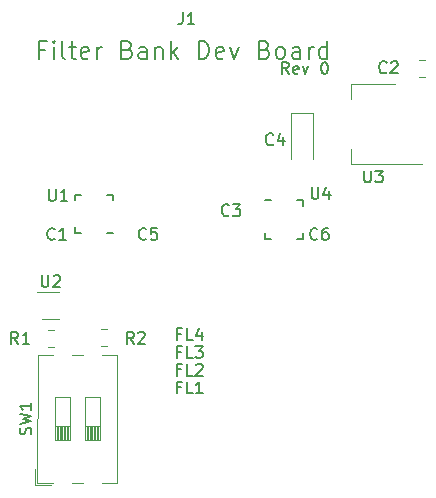
<source format=gto>
G04 #@! TF.GenerationSoftware,KiCad,Pcbnew,(5.0.2)-1*
G04 #@! TF.CreationDate,2019-01-19T11:17:49+11:00*
G04 #@! TF.ProjectId,Filter_Bank_Dev_Rev_0,46696c74-6572-45f4-9261-6e6b5f446576,0*
G04 #@! TF.SameCoordinates,Original*
G04 #@! TF.FileFunction,Legend,Top*
G04 #@! TF.FilePolarity,Positive*
%FSLAX46Y46*%
G04 Gerber Fmt 4.6, Leading zero omitted, Abs format (unit mm)*
G04 Created by KiCad (PCBNEW (5.0.2)-1) date 19/01/2019 11:17:49*
%MOMM*%
%LPD*%
G01*
G04 APERTURE LIST*
%ADD10C,0.150000*%
%ADD11C,0.120000*%
%ADD12C,0.200000*%
G04 APERTURE END LIST*
D10*
G04 #@! TO.C,U1*
X110525000Y-66375000D02*
X111025000Y-66375000D01*
X110525000Y-63125000D02*
X111025000Y-63125000D01*
X113775000Y-63125000D02*
X113275000Y-63125000D01*
X113775000Y-66375000D02*
X113275000Y-66375000D01*
X110525000Y-63125000D02*
X110525000Y-63625000D01*
X113775000Y-63125000D02*
X113775000Y-63625000D01*
X110525000Y-66375000D02*
X110525000Y-65875000D01*
G04 #@! TO.C,U4*
X129875000Y-63625000D02*
X129375000Y-63625000D01*
X129875000Y-66875000D02*
X129375000Y-66875000D01*
X126625000Y-66875000D02*
X127125000Y-66875000D01*
X126625000Y-63625000D02*
X127125000Y-63625000D01*
X129875000Y-66875000D02*
X129875000Y-66375000D01*
X126625000Y-66875000D02*
X126625000Y-66375000D01*
X129875000Y-63625000D02*
X129875000Y-64125000D01*
D11*
G04 #@! TO.C,SW1*
X111435000Y-82703333D02*
X112705000Y-82703333D01*
X112635000Y-83910000D02*
X112635000Y-82703333D01*
X112515000Y-83910000D02*
X112515000Y-82703333D01*
X112395000Y-83910000D02*
X112395000Y-82703333D01*
X112275000Y-83910000D02*
X112275000Y-82703333D01*
X112155000Y-83910000D02*
X112155000Y-82703333D01*
X112035000Y-83910000D02*
X112035000Y-82703333D01*
X111915000Y-83910000D02*
X111915000Y-82703333D01*
X111795000Y-83910000D02*
X111795000Y-82703333D01*
X111675000Y-83910000D02*
X111675000Y-82703333D01*
X111555000Y-83910000D02*
X111555000Y-82703333D01*
X111435000Y-80290000D02*
X111435000Y-83910000D01*
X112705000Y-80290000D02*
X111435000Y-80290000D01*
X112705000Y-83910000D02*
X112705000Y-80290000D01*
X111435000Y-83910000D02*
X112705000Y-83910000D01*
X108895000Y-82703333D02*
X110165000Y-82703333D01*
X110095000Y-83910000D02*
X110095000Y-82703333D01*
X109975000Y-83910000D02*
X109975000Y-82703333D01*
X109855000Y-83910000D02*
X109855000Y-82703333D01*
X109735000Y-83910000D02*
X109735000Y-82703333D01*
X109615000Y-83910000D02*
X109615000Y-82703333D01*
X109495000Y-83910000D02*
X109495000Y-82703333D01*
X109375000Y-83910000D02*
X109375000Y-82703333D01*
X109255000Y-83910000D02*
X109255000Y-82703333D01*
X109135000Y-83910000D02*
X109135000Y-82703333D01*
X109015000Y-83910000D02*
X109015000Y-82703333D01*
X108895000Y-80290000D02*
X108895000Y-83910000D01*
X110165000Y-80290000D02*
X108895000Y-80290000D01*
X110165000Y-83910000D02*
X110165000Y-80290000D01*
X108895000Y-83910000D02*
X110165000Y-83910000D01*
X107130000Y-87750000D02*
X108513000Y-87750000D01*
X107130000Y-87750000D02*
X107130000Y-86367000D01*
X110330000Y-76740000D02*
X111270000Y-76740000D01*
X107400000Y-76740000D02*
X108710000Y-76740000D01*
X112840000Y-76740000D02*
X114150000Y-76740000D01*
X112820000Y-87510000D02*
X114130000Y-87510000D01*
X110280000Y-87510000D02*
X111220000Y-87510000D01*
X107370000Y-87510000D02*
X108680000Y-87510000D01*
X114130000Y-87510000D02*
X114150000Y-76750000D01*
X107370000Y-87510000D02*
X107400000Y-76750000D01*
G04 #@! TO.C,C2*
X139641422Y-51740000D02*
X140158578Y-51740000D01*
X139641422Y-53160000D02*
X140158578Y-53160000D01*
G04 #@! TO.C,C4*
X130685000Y-60100000D02*
X130685000Y-56190000D01*
X130685000Y-56190000D02*
X128815000Y-56190000D01*
X128815000Y-56190000D02*
X128815000Y-60100000D01*
G04 #@! TO.C,R1*
X108821078Y-76010000D02*
X108303922Y-76010000D01*
X108821078Y-74590000D02*
X108303922Y-74590000D01*
G04 #@! TO.C,R2*
X112741422Y-75910000D02*
X113258578Y-75910000D01*
X112741422Y-74490000D02*
X113258578Y-74490000D01*
G04 #@! TO.C,U2*
X109200000Y-71340000D02*
X107300000Y-71340000D01*
X107800000Y-73660000D02*
X109200000Y-73660000D01*
G04 #@! TO.C,U3*
X133890000Y-53740000D02*
X133890000Y-55000000D01*
X133890000Y-60560000D02*
X133890000Y-59300000D01*
X137650000Y-53740000D02*
X133890000Y-53740000D01*
X139900000Y-60560000D02*
X133890000Y-60560000D01*
G04 #@! TO.C,U1*
D10*
X108338095Y-62652380D02*
X108338095Y-63461904D01*
X108385714Y-63557142D01*
X108433333Y-63604761D01*
X108528571Y-63652380D01*
X108719047Y-63652380D01*
X108814285Y-63604761D01*
X108861904Y-63557142D01*
X108909523Y-63461904D01*
X108909523Y-62652380D01*
X109909523Y-63652380D02*
X109338095Y-63652380D01*
X109623809Y-63652380D02*
X109623809Y-62652380D01*
X109528571Y-62795238D01*
X109433333Y-62890476D01*
X109338095Y-62938095D01*
G04 #@! TO.C,U4*
X130588095Y-62502380D02*
X130588095Y-63311904D01*
X130635714Y-63407142D01*
X130683333Y-63454761D01*
X130778571Y-63502380D01*
X130969047Y-63502380D01*
X131064285Y-63454761D01*
X131111904Y-63407142D01*
X131159523Y-63311904D01*
X131159523Y-62502380D01*
X132064285Y-62835714D02*
X132064285Y-63502380D01*
X131826190Y-62454761D02*
X131588095Y-63169047D01*
X132207142Y-63169047D01*
G04 #@! TO.C,SW1*
X106824761Y-83433333D02*
X106872380Y-83290476D01*
X106872380Y-83052380D01*
X106824761Y-82957142D01*
X106777142Y-82909523D01*
X106681904Y-82861904D01*
X106586666Y-82861904D01*
X106491428Y-82909523D01*
X106443809Y-82957142D01*
X106396190Y-83052380D01*
X106348571Y-83242857D01*
X106300952Y-83338095D01*
X106253333Y-83385714D01*
X106158095Y-83433333D01*
X106062857Y-83433333D01*
X105967619Y-83385714D01*
X105920000Y-83338095D01*
X105872380Y-83242857D01*
X105872380Y-83004761D01*
X105920000Y-82861904D01*
X105872380Y-82528571D02*
X106872380Y-82290476D01*
X106158095Y-82100000D01*
X106872380Y-81909523D01*
X105872380Y-81671428D01*
X106872380Y-80766666D02*
X106872380Y-81338095D01*
X106872380Y-81052380D02*
X105872380Y-81052380D01*
X106015238Y-81147619D01*
X106110476Y-81242857D01*
X106158095Y-81338095D01*
G04 #@! TO.C,FL1*
X119511904Y-79428571D02*
X119178571Y-79428571D01*
X119178571Y-79952380D02*
X119178571Y-78952380D01*
X119654761Y-78952380D01*
X120511904Y-79952380D02*
X120035714Y-79952380D01*
X120035714Y-78952380D01*
X121369047Y-79952380D02*
X120797619Y-79952380D01*
X121083333Y-79952380D02*
X121083333Y-78952380D01*
X120988095Y-79095238D01*
X120892857Y-79190476D01*
X120797619Y-79238095D01*
G04 #@! TO.C,FL2*
X119511904Y-77928571D02*
X119178571Y-77928571D01*
X119178571Y-78452380D02*
X119178571Y-77452380D01*
X119654761Y-77452380D01*
X120511904Y-78452380D02*
X120035714Y-78452380D01*
X120035714Y-77452380D01*
X120797619Y-77547619D02*
X120845238Y-77500000D01*
X120940476Y-77452380D01*
X121178571Y-77452380D01*
X121273809Y-77500000D01*
X121321428Y-77547619D01*
X121369047Y-77642857D01*
X121369047Y-77738095D01*
X121321428Y-77880952D01*
X120750000Y-78452380D01*
X121369047Y-78452380D01*
G04 #@! TO.C,FL3*
X119511904Y-76428571D02*
X119178571Y-76428571D01*
X119178571Y-76952380D02*
X119178571Y-75952380D01*
X119654761Y-75952380D01*
X120511904Y-76952380D02*
X120035714Y-76952380D01*
X120035714Y-75952380D01*
X120750000Y-75952380D02*
X121369047Y-75952380D01*
X121035714Y-76333333D01*
X121178571Y-76333333D01*
X121273809Y-76380952D01*
X121321428Y-76428571D01*
X121369047Y-76523809D01*
X121369047Y-76761904D01*
X121321428Y-76857142D01*
X121273809Y-76904761D01*
X121178571Y-76952380D01*
X120892857Y-76952380D01*
X120797619Y-76904761D01*
X120750000Y-76857142D01*
G04 #@! TO.C,FL4*
X119511904Y-74928571D02*
X119178571Y-74928571D01*
X119178571Y-75452380D02*
X119178571Y-74452380D01*
X119654761Y-74452380D01*
X120511904Y-75452380D02*
X120035714Y-75452380D01*
X120035714Y-74452380D01*
X121273809Y-74785714D02*
X121273809Y-75452380D01*
X121035714Y-74404761D02*
X120797619Y-75119047D01*
X121416666Y-75119047D01*
G04 #@! TO.C,C2*
X136933333Y-52757142D02*
X136885714Y-52804761D01*
X136742857Y-52852380D01*
X136647619Y-52852380D01*
X136504761Y-52804761D01*
X136409523Y-52709523D01*
X136361904Y-52614285D01*
X136314285Y-52423809D01*
X136314285Y-52280952D01*
X136361904Y-52090476D01*
X136409523Y-51995238D01*
X136504761Y-51900000D01*
X136647619Y-51852380D01*
X136742857Y-51852380D01*
X136885714Y-51900000D01*
X136933333Y-51947619D01*
X137314285Y-51947619D02*
X137361904Y-51900000D01*
X137457142Y-51852380D01*
X137695238Y-51852380D01*
X137790476Y-51900000D01*
X137838095Y-51947619D01*
X137885714Y-52042857D01*
X137885714Y-52138095D01*
X137838095Y-52280952D01*
X137266666Y-52852380D01*
X137885714Y-52852380D01*
G04 #@! TO.C,C3*
X123583333Y-64857142D02*
X123535714Y-64904761D01*
X123392857Y-64952380D01*
X123297619Y-64952380D01*
X123154761Y-64904761D01*
X123059523Y-64809523D01*
X123011904Y-64714285D01*
X122964285Y-64523809D01*
X122964285Y-64380952D01*
X123011904Y-64190476D01*
X123059523Y-64095238D01*
X123154761Y-64000000D01*
X123297619Y-63952380D01*
X123392857Y-63952380D01*
X123535714Y-64000000D01*
X123583333Y-64047619D01*
X123916666Y-63952380D02*
X124535714Y-63952380D01*
X124202380Y-64333333D01*
X124345238Y-64333333D01*
X124440476Y-64380952D01*
X124488095Y-64428571D01*
X124535714Y-64523809D01*
X124535714Y-64761904D01*
X124488095Y-64857142D01*
X124440476Y-64904761D01*
X124345238Y-64952380D01*
X124059523Y-64952380D01*
X123964285Y-64904761D01*
X123916666Y-64857142D01*
G04 #@! TO.C,C4*
X127333333Y-58857142D02*
X127285714Y-58904761D01*
X127142857Y-58952380D01*
X127047619Y-58952380D01*
X126904761Y-58904761D01*
X126809523Y-58809523D01*
X126761904Y-58714285D01*
X126714285Y-58523809D01*
X126714285Y-58380952D01*
X126761904Y-58190476D01*
X126809523Y-58095238D01*
X126904761Y-58000000D01*
X127047619Y-57952380D01*
X127142857Y-57952380D01*
X127285714Y-58000000D01*
X127333333Y-58047619D01*
X128190476Y-58285714D02*
X128190476Y-58952380D01*
X127952380Y-57904761D02*
X127714285Y-58619047D01*
X128333333Y-58619047D01*
G04 #@! TO.C,C5*
X116583333Y-66857142D02*
X116535714Y-66904761D01*
X116392857Y-66952380D01*
X116297619Y-66952380D01*
X116154761Y-66904761D01*
X116059523Y-66809523D01*
X116011904Y-66714285D01*
X115964285Y-66523809D01*
X115964285Y-66380952D01*
X116011904Y-66190476D01*
X116059523Y-66095238D01*
X116154761Y-66000000D01*
X116297619Y-65952380D01*
X116392857Y-65952380D01*
X116535714Y-66000000D01*
X116583333Y-66047619D01*
X117488095Y-65952380D02*
X117011904Y-65952380D01*
X116964285Y-66428571D01*
X117011904Y-66380952D01*
X117107142Y-66333333D01*
X117345238Y-66333333D01*
X117440476Y-66380952D01*
X117488095Y-66428571D01*
X117535714Y-66523809D01*
X117535714Y-66761904D01*
X117488095Y-66857142D01*
X117440476Y-66904761D01*
X117345238Y-66952380D01*
X117107142Y-66952380D01*
X117011904Y-66904761D01*
X116964285Y-66857142D01*
G04 #@! TO.C,J1*
X119666666Y-47702380D02*
X119666666Y-48416666D01*
X119619047Y-48559523D01*
X119523809Y-48654761D01*
X119380952Y-48702380D01*
X119285714Y-48702380D01*
X120666666Y-48702380D02*
X120095238Y-48702380D01*
X120380952Y-48702380D02*
X120380952Y-47702380D01*
X120285714Y-47845238D01*
X120190476Y-47940476D01*
X120095238Y-47988095D01*
G04 #@! TO.C,R1*
X105733333Y-75752380D02*
X105400000Y-75276190D01*
X105161904Y-75752380D02*
X105161904Y-74752380D01*
X105542857Y-74752380D01*
X105638095Y-74800000D01*
X105685714Y-74847619D01*
X105733333Y-74942857D01*
X105733333Y-75085714D01*
X105685714Y-75180952D01*
X105638095Y-75228571D01*
X105542857Y-75276190D01*
X105161904Y-75276190D01*
X106685714Y-75752380D02*
X106114285Y-75752380D01*
X106400000Y-75752380D02*
X106400000Y-74752380D01*
X106304761Y-74895238D01*
X106209523Y-74990476D01*
X106114285Y-75038095D01*
G04 #@! TO.C,R2*
X115533333Y-75752380D02*
X115200000Y-75276190D01*
X114961904Y-75752380D02*
X114961904Y-74752380D01*
X115342857Y-74752380D01*
X115438095Y-74800000D01*
X115485714Y-74847619D01*
X115533333Y-74942857D01*
X115533333Y-75085714D01*
X115485714Y-75180952D01*
X115438095Y-75228571D01*
X115342857Y-75276190D01*
X114961904Y-75276190D01*
X115914285Y-74847619D02*
X115961904Y-74800000D01*
X116057142Y-74752380D01*
X116295238Y-74752380D01*
X116390476Y-74800000D01*
X116438095Y-74847619D01*
X116485714Y-74942857D01*
X116485714Y-75038095D01*
X116438095Y-75180952D01*
X115866666Y-75752380D01*
X116485714Y-75752380D01*
G04 #@! TO.C,U2*
X107738095Y-69952380D02*
X107738095Y-70761904D01*
X107785714Y-70857142D01*
X107833333Y-70904761D01*
X107928571Y-70952380D01*
X108119047Y-70952380D01*
X108214285Y-70904761D01*
X108261904Y-70857142D01*
X108309523Y-70761904D01*
X108309523Y-69952380D01*
X108738095Y-70047619D02*
X108785714Y-70000000D01*
X108880952Y-69952380D01*
X109119047Y-69952380D01*
X109214285Y-70000000D01*
X109261904Y-70047619D01*
X109309523Y-70142857D01*
X109309523Y-70238095D01*
X109261904Y-70380952D01*
X108690476Y-70952380D01*
X109309523Y-70952380D01*
G04 #@! TO.C,U3*
X135038095Y-61102380D02*
X135038095Y-61911904D01*
X135085714Y-62007142D01*
X135133333Y-62054761D01*
X135228571Y-62102380D01*
X135419047Y-62102380D01*
X135514285Y-62054761D01*
X135561904Y-62007142D01*
X135609523Y-61911904D01*
X135609523Y-61102380D01*
X135990476Y-61102380D02*
X136609523Y-61102380D01*
X136276190Y-61483333D01*
X136419047Y-61483333D01*
X136514285Y-61530952D01*
X136561904Y-61578571D01*
X136609523Y-61673809D01*
X136609523Y-61911904D01*
X136561904Y-62007142D01*
X136514285Y-62054761D01*
X136419047Y-62102380D01*
X136133333Y-62102380D01*
X136038095Y-62054761D01*
X135990476Y-62007142D01*
G04 #@! TO.C,C1*
X108833333Y-66857142D02*
X108785714Y-66904761D01*
X108642857Y-66952380D01*
X108547619Y-66952380D01*
X108404761Y-66904761D01*
X108309523Y-66809523D01*
X108261904Y-66714285D01*
X108214285Y-66523809D01*
X108214285Y-66380952D01*
X108261904Y-66190476D01*
X108309523Y-66095238D01*
X108404761Y-66000000D01*
X108547619Y-65952380D01*
X108642857Y-65952380D01*
X108785714Y-66000000D01*
X108833333Y-66047619D01*
X109785714Y-66952380D02*
X109214285Y-66952380D01*
X109500000Y-66952380D02*
X109500000Y-65952380D01*
X109404761Y-66095238D01*
X109309523Y-66190476D01*
X109214285Y-66238095D01*
G04 #@! TO.C,C6*
X131083333Y-66857142D02*
X131035714Y-66904761D01*
X130892857Y-66952380D01*
X130797619Y-66952380D01*
X130654761Y-66904761D01*
X130559523Y-66809523D01*
X130511904Y-66714285D01*
X130464285Y-66523809D01*
X130464285Y-66380952D01*
X130511904Y-66190476D01*
X130559523Y-66095238D01*
X130654761Y-66000000D01*
X130797619Y-65952380D01*
X130892857Y-65952380D01*
X131035714Y-66000000D01*
X131083333Y-66047619D01*
X131940476Y-65952380D02*
X131750000Y-65952380D01*
X131654761Y-66000000D01*
X131607142Y-66047619D01*
X131511904Y-66190476D01*
X131464285Y-66380952D01*
X131464285Y-66761904D01*
X131511904Y-66857142D01*
X131559523Y-66904761D01*
X131654761Y-66952380D01*
X131845238Y-66952380D01*
X131940476Y-66904761D01*
X131988095Y-66857142D01*
X132035714Y-66761904D01*
X132035714Y-66523809D01*
X131988095Y-66428571D01*
X131940476Y-66380952D01*
X131845238Y-66333333D01*
X131654761Y-66333333D01*
X131559523Y-66380952D01*
X131511904Y-66428571D01*
X131464285Y-66523809D01*
G04 #@! TO.C,REF\002A\002A*
X128642857Y-52902380D02*
X128309523Y-52426190D01*
X128071428Y-52902380D02*
X128071428Y-51902380D01*
X128452380Y-51902380D01*
X128547619Y-51950000D01*
X128595238Y-51997619D01*
X128642857Y-52092857D01*
X128642857Y-52235714D01*
X128595238Y-52330952D01*
X128547619Y-52378571D01*
X128452380Y-52426190D01*
X128071428Y-52426190D01*
X129452380Y-52854761D02*
X129357142Y-52902380D01*
X129166666Y-52902380D01*
X129071428Y-52854761D01*
X129023809Y-52759523D01*
X129023809Y-52378571D01*
X129071428Y-52283333D01*
X129166666Y-52235714D01*
X129357142Y-52235714D01*
X129452380Y-52283333D01*
X129500000Y-52378571D01*
X129500000Y-52473809D01*
X129023809Y-52569047D01*
X129833333Y-52235714D02*
X130071428Y-52902380D01*
X130309523Y-52235714D01*
X131642857Y-51902380D02*
X131738095Y-51902380D01*
X131833333Y-51950000D01*
X131880952Y-51997619D01*
X131928571Y-52092857D01*
X131976190Y-52283333D01*
X131976190Y-52521428D01*
X131928571Y-52711904D01*
X131880952Y-52807142D01*
X131833333Y-52854761D01*
X131738095Y-52902380D01*
X131642857Y-52902380D01*
X131547619Y-52854761D01*
X131500000Y-52807142D01*
X131452380Y-52711904D01*
X131404761Y-52521428D01*
X131404761Y-52283333D01*
X131452380Y-52092857D01*
X131500000Y-51997619D01*
X131547619Y-51950000D01*
X131642857Y-51902380D01*
D12*
X107985714Y-50842857D02*
X107485714Y-50842857D01*
X107485714Y-51628571D02*
X107485714Y-50128571D01*
X108200000Y-50128571D01*
X108771428Y-51628571D02*
X108771428Y-50628571D01*
X108771428Y-50128571D02*
X108700000Y-50200000D01*
X108771428Y-50271428D01*
X108842857Y-50200000D01*
X108771428Y-50128571D01*
X108771428Y-50271428D01*
X109700000Y-51628571D02*
X109557142Y-51557142D01*
X109485714Y-51414285D01*
X109485714Y-50128571D01*
X110057142Y-50628571D02*
X110628571Y-50628571D01*
X110271428Y-50128571D02*
X110271428Y-51414285D01*
X110342857Y-51557142D01*
X110485714Y-51628571D01*
X110628571Y-51628571D01*
X111700000Y-51557142D02*
X111557142Y-51628571D01*
X111271428Y-51628571D01*
X111128571Y-51557142D01*
X111057142Y-51414285D01*
X111057142Y-50842857D01*
X111128571Y-50700000D01*
X111271428Y-50628571D01*
X111557142Y-50628571D01*
X111700000Y-50700000D01*
X111771428Y-50842857D01*
X111771428Y-50985714D01*
X111057142Y-51128571D01*
X112414285Y-51628571D02*
X112414285Y-50628571D01*
X112414285Y-50914285D02*
X112485714Y-50771428D01*
X112557142Y-50700000D01*
X112700000Y-50628571D01*
X112842857Y-50628571D01*
X114985714Y-50842857D02*
X115200000Y-50914285D01*
X115271428Y-50985714D01*
X115342857Y-51128571D01*
X115342857Y-51342857D01*
X115271428Y-51485714D01*
X115200000Y-51557142D01*
X115057142Y-51628571D01*
X114485714Y-51628571D01*
X114485714Y-50128571D01*
X114985714Y-50128571D01*
X115128571Y-50200000D01*
X115200000Y-50271428D01*
X115271428Y-50414285D01*
X115271428Y-50557142D01*
X115200000Y-50700000D01*
X115128571Y-50771428D01*
X114985714Y-50842857D01*
X114485714Y-50842857D01*
X116628571Y-51628571D02*
X116628571Y-50842857D01*
X116557142Y-50700000D01*
X116414285Y-50628571D01*
X116128571Y-50628571D01*
X115985714Y-50700000D01*
X116628571Y-51557142D02*
X116485714Y-51628571D01*
X116128571Y-51628571D01*
X115985714Y-51557142D01*
X115914285Y-51414285D01*
X115914285Y-51271428D01*
X115985714Y-51128571D01*
X116128571Y-51057142D01*
X116485714Y-51057142D01*
X116628571Y-50985714D01*
X117342857Y-50628571D02*
X117342857Y-51628571D01*
X117342857Y-50771428D02*
X117414285Y-50700000D01*
X117557142Y-50628571D01*
X117771428Y-50628571D01*
X117914285Y-50700000D01*
X117985714Y-50842857D01*
X117985714Y-51628571D01*
X118700000Y-51628571D02*
X118700000Y-50128571D01*
X118842857Y-51057142D02*
X119271428Y-51628571D01*
X119271428Y-50628571D02*
X118700000Y-51200000D01*
X121057142Y-51628571D02*
X121057142Y-50128571D01*
X121414285Y-50128571D01*
X121628571Y-50200000D01*
X121771428Y-50342857D01*
X121842857Y-50485714D01*
X121914285Y-50771428D01*
X121914285Y-50985714D01*
X121842857Y-51271428D01*
X121771428Y-51414285D01*
X121628571Y-51557142D01*
X121414285Y-51628571D01*
X121057142Y-51628571D01*
X123128571Y-51557142D02*
X122985714Y-51628571D01*
X122700000Y-51628571D01*
X122557142Y-51557142D01*
X122485714Y-51414285D01*
X122485714Y-50842857D01*
X122557142Y-50700000D01*
X122700000Y-50628571D01*
X122985714Y-50628571D01*
X123128571Y-50700000D01*
X123200000Y-50842857D01*
X123200000Y-50985714D01*
X122485714Y-51128571D01*
X123700000Y-50628571D02*
X124057142Y-51628571D01*
X124414285Y-50628571D01*
X126628571Y-50842857D02*
X126842857Y-50914285D01*
X126914285Y-50985714D01*
X126985714Y-51128571D01*
X126985714Y-51342857D01*
X126914285Y-51485714D01*
X126842857Y-51557142D01*
X126700000Y-51628571D01*
X126128571Y-51628571D01*
X126128571Y-50128571D01*
X126628571Y-50128571D01*
X126771428Y-50200000D01*
X126842857Y-50271428D01*
X126914285Y-50414285D01*
X126914285Y-50557142D01*
X126842857Y-50700000D01*
X126771428Y-50771428D01*
X126628571Y-50842857D01*
X126128571Y-50842857D01*
X127842857Y-51628571D02*
X127700000Y-51557142D01*
X127628571Y-51485714D01*
X127557142Y-51342857D01*
X127557142Y-50914285D01*
X127628571Y-50771428D01*
X127700000Y-50700000D01*
X127842857Y-50628571D01*
X128057142Y-50628571D01*
X128200000Y-50700000D01*
X128271428Y-50771428D01*
X128342857Y-50914285D01*
X128342857Y-51342857D01*
X128271428Y-51485714D01*
X128200000Y-51557142D01*
X128057142Y-51628571D01*
X127842857Y-51628571D01*
X129628571Y-51628571D02*
X129628571Y-50842857D01*
X129557142Y-50700000D01*
X129414285Y-50628571D01*
X129128571Y-50628571D01*
X128985714Y-50700000D01*
X129628571Y-51557142D02*
X129485714Y-51628571D01*
X129128571Y-51628571D01*
X128985714Y-51557142D01*
X128914285Y-51414285D01*
X128914285Y-51271428D01*
X128985714Y-51128571D01*
X129128571Y-51057142D01*
X129485714Y-51057142D01*
X129628571Y-50985714D01*
X130342857Y-51628571D02*
X130342857Y-50628571D01*
X130342857Y-50914285D02*
X130414285Y-50771428D01*
X130485714Y-50700000D01*
X130628571Y-50628571D01*
X130771428Y-50628571D01*
X131914285Y-51628571D02*
X131914285Y-50128571D01*
X131914285Y-51557142D02*
X131771428Y-51628571D01*
X131485714Y-51628571D01*
X131342857Y-51557142D01*
X131271428Y-51485714D01*
X131200000Y-51342857D01*
X131200000Y-50914285D01*
X131271428Y-50771428D01*
X131342857Y-50700000D01*
X131485714Y-50628571D01*
X131771428Y-50628571D01*
X131914285Y-50700000D01*
G04 #@! TD*
M02*

</source>
